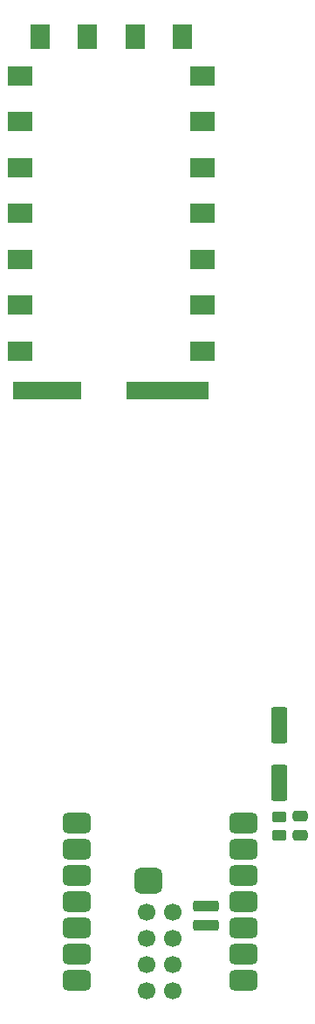
<source format=gbr>
%TF.GenerationSoftware,KiCad,Pcbnew,8.0.6*%
%TF.CreationDate,2024-10-23T18:19:56-04:00*%
%TF.ProjectId,MobileRadio,4d6f6269-6c65-4526-9164-696f2e6b6963,rev?*%
%TF.SameCoordinates,Original*%
%TF.FileFunction,Paste,Top*%
%TF.FilePolarity,Positive*%
%FSLAX46Y46*%
G04 Gerber Fmt 4.6, Leading zero omitted, Abs format (unit mm)*
G04 Created by KiCad (PCBNEW 8.0.6) date 2024-10-23 18:19:56*
%MOMM*%
%LPD*%
G01*
G04 APERTURE LIST*
G04 Aperture macros list*
%AMRoundRect*
0 Rectangle with rounded corners*
0 $1 Rounding radius*
0 $2 $3 $4 $5 $6 $7 $8 $9 X,Y pos of 4 corners*
0 Add a 4 corners polygon primitive as box body*
4,1,4,$2,$3,$4,$5,$6,$7,$8,$9,$2,$3,0*
0 Add four circle primitives for the rounded corners*
1,1,$1+$1,$2,$3*
1,1,$1+$1,$4,$5*
1,1,$1+$1,$6,$7*
1,1,$1+$1,$8,$9*
0 Add four rect primitives between the rounded corners*
20,1,$1+$1,$2,$3,$4,$5,0*
20,1,$1+$1,$4,$5,$6,$7,0*
20,1,$1+$1,$6,$7,$8,$9,0*
20,1,$1+$1,$8,$9,$2,$3,0*%
G04 Aperture macros list end*
%ADD10RoundRect,0.500000X0.875000X0.500000X-0.875000X0.500000X-0.875000X-0.500000X0.875000X-0.500000X0*%
%ADD11RoundRect,0.275000X-0.975000X-0.275000X0.975000X-0.275000X0.975000X0.275000X-0.975000X0.275000X0*%
%ADD12C,1.700000*%
%ADD13RoundRect,0.625000X0.750000X0.625000X-0.750000X0.625000X-0.750000X-0.625000X0.750000X-0.625000X0*%
%ADD14RoundRect,0.250000X-0.450000X0.262500X-0.450000X-0.262500X0.450000X-0.262500X0.450000X0.262500X0*%
%ADD15RoundRect,0.250000X0.550000X-1.500000X0.550000X1.500000X-0.550000X1.500000X-0.550000X-1.500000X0*%
%ADD16RoundRect,0.250000X-0.475000X0.250000X-0.475000X-0.250000X0.475000X-0.250000X0.475000X0.250000X0*%
%ADD17R,2.470000X1.880000*%
%ADD18R,1.880000X2.470000*%
%ADD19R,6.600000X1.800000*%
%ADD20R,8.000000X1.800000*%
G04 APERTURE END LIST*
D10*
%TO.C,U1*%
X124995500Y-146939750D03*
X124995500Y-144399750D03*
X124995500Y-141859750D03*
X124995500Y-139319750D03*
X124995500Y-136779750D03*
X124995500Y-134239750D03*
X124995500Y-131699750D03*
X108830500Y-131699750D03*
X108830500Y-134239750D03*
X108830500Y-136779750D03*
X108830500Y-139319750D03*
X108830500Y-141859750D03*
X108830500Y-144399750D03*
X108830500Y-146939750D03*
D11*
X121385500Y-139701750D03*
X121385500Y-141606750D03*
D12*
X118210500Y-147951750D03*
X115670500Y-147951750D03*
X118210500Y-145411750D03*
X115670500Y-145411750D03*
X118210500Y-142871750D03*
X115670500Y-142871750D03*
X118210500Y-140331750D03*
X115670500Y-140331750D03*
D13*
X115820500Y-137319750D03*
%TD*%
D14*
%TO.C,R1*%
X128500000Y-131087500D03*
X128500000Y-132912500D03*
%TD*%
D15*
%TO.C,C2*%
X128500000Y-127800000D03*
X128500000Y-122200000D03*
%TD*%
D16*
%TO.C,C1*%
X130500000Y-131000000D03*
X130500000Y-132900000D03*
%TD*%
D17*
%TO.C,U2*%
X103375000Y-85975000D03*
X103375000Y-81525000D03*
X103375000Y-77075000D03*
X103375000Y-72625000D03*
X103375000Y-68175000D03*
X103375000Y-63725000D03*
X103375000Y-59275000D03*
D18*
X105300000Y-55500000D03*
X109900000Y-55500000D03*
X114500000Y-55500000D03*
X119100000Y-55500000D03*
D17*
X121025000Y-59275000D03*
X121025000Y-63725000D03*
X121025000Y-68175000D03*
X121025000Y-72625000D03*
X121025000Y-77075000D03*
X121025000Y-81525000D03*
X121025000Y-85975000D03*
D19*
X106000000Y-89750000D03*
D20*
X117700000Y-89750000D03*
%TD*%
M02*

</source>
